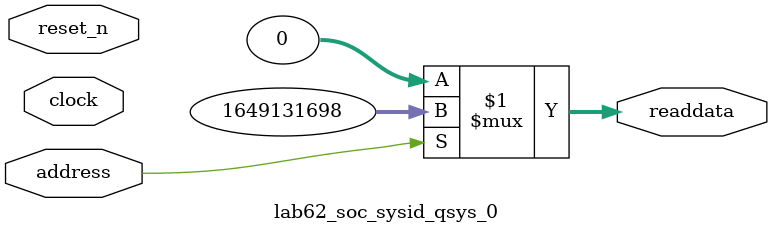
<source format=v>



// synthesis translate_off
`timescale 1ns / 1ps
// synthesis translate_on

// turn off superfluous verilog processor warnings 
// altera message_level Level1 
// altera message_off 10034 10035 10036 10037 10230 10240 10030 

module lab62_soc_sysid_qsys_0 (
               // inputs:
                address,
                clock,
                reset_n,

               // outputs:
                readdata
             )
;

  output  [ 31: 0] readdata;
  input            address;
  input            clock;
  input            reset_n;

  wire    [ 31: 0] readdata;
  //control_slave, which is an e_avalon_slave
  assign readdata = address ? 1649131698 : 0;

endmodule



</source>
